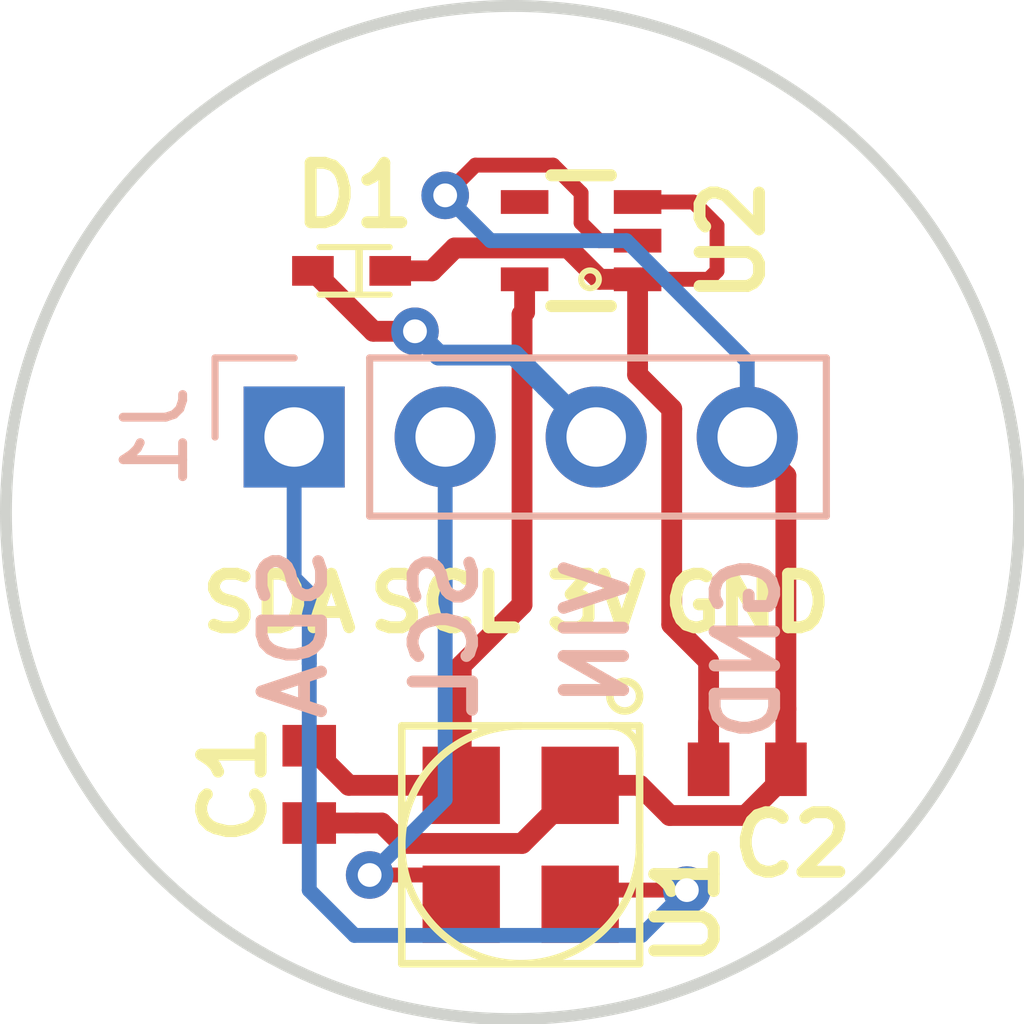
<source format=kicad_pcb>
(kicad_pcb (version 20171130) (host pcbnew 5.0.2-bee76a0~70~ubuntu18.04.1)

  (general
    (thickness 1.6)
    (drawings 14)
    (tracks 72)
    (zones 0)
    (modules 6)
    (nets 7)
  )

  (page A4)
  (layers
    (0 Top signal)
    (31 Bottom signal)
    (32 B.Adhes user)
    (33 F.Adhes user)
    (34 B.Paste user)
    (35 F.Paste user)
    (36 B.SilkS user)
    (37 F.SilkS user)
    (38 B.Mask user)
    (39 F.Mask user)
    (40 Dwgs.User user)
    (41 Cmts.User user)
    (42 Eco1.User user)
    (43 Eco2.User user)
    (44 Edge.Cuts user)
    (45 Margin user)
    (46 B.CrtYd user)
    (47 F.CrtYd user)
    (48 B.Fab user)
    (49 F.Fab user)
  )

  (setup
    (last_trace_width 0.25)
    (user_trace_width 0.35)
    (trace_clearance 0.1524)
    (zone_clearance 0.508)
    (zone_45_only no)
    (trace_min 0.2)
    (segment_width 0.2)
    (edge_width 0.15)
    (via_size 0.8)
    (via_drill 0.4)
    (via_min_size 0.4)
    (via_min_drill 0.3)
    (uvia_size 0.3)
    (uvia_drill 0.1)
    (uvias_allowed no)
    (uvia_min_size 0.2)
    (uvia_min_drill 0.1)
    (pcb_text_width 0.3)
    (pcb_text_size 1.5 1.5)
    (mod_edge_width 0.15)
    (mod_text_size 1 1)
    (mod_text_width 0.15)
    (pad_size 1.524 1.524)
    (pad_drill 0.762)
    (pad_to_mask_clearance 0.051)
    (solder_mask_min_width 0.25)
    (aux_axis_origin 0 0)
    (visible_elements FFFFFF7F)
    (pcbplotparams
      (layerselection 0x010fc_ffffffff)
      (usegerberextensions false)
      (usegerberattributes false)
      (usegerberadvancedattributes false)
      (creategerberjobfile false)
      (excludeedgelayer true)
      (linewidth 0.100000)
      (plotframeref false)
      (viasonmask false)
      (mode 1)
      (useauxorigin false)
      (hpglpennumber 1)
      (hpglpenspeed 20)
      (hpglpendiameter 15.000000)
      (psnegative false)
      (psa4output false)
      (plotreference true)
      (plotvalue true)
      (plotinvisibletext false)
      (padsonsilk false)
      (subtractmaskfromsilk false)
      (outputformat 1)
      (mirror false)
      (drillshape 1)
      (scaleselection 1)
      (outputdirectory ""))
  )

  (net 0 "")
  (net 1 GND)
  (net 2 SDA)
  (net 3 SCL)
  (net 4 VIN)
  (net 5 3V3)
  (net 6 "Net-(C2-Pad1)")

  (net_class Default "This is the default net class."
    (clearance 0.1524)
    (trace_width 0.25)
    (via_dia 0.8)
    (via_drill 0.4)
    (uvia_dia 0.3)
    (uvia_drill 0.1)
    (add_net 3V3)
    (add_net GND)
    (add_net "Net-(C2-Pad1)")
    (add_net SCL)
    (add_net SDA)
    (add_net VIN)
  )

  (module BAR30-SENSOR:C0402 (layer Top) (tedit 0) (tstamp 5CEACC9B)
    (at 147.32 104.394 270)
    (descr <b>CAPACITOR</b>)
    (path /658E3D6CBA02A0BA)
    (fp_text reference C1 (at -0.635 -0.635 270) (layer F.SilkS) hide
      (effects (font (size 1.2065 1.2065) (thickness 0.1016)) (justify right top))
    )
    (fp_text value 1uF (at -0.635 1.905 270) (layer F.Fab) hide
      (effects (font (size 1.2065 1.2065) (thickness 0.1016)) (justify right top))
    )
    (fp_poly (pts (xy -0.1999 0.3) (xy 0.1999 0.3) (xy 0.1999 -0.3) (xy -0.1999 -0.3)) (layer F.Adhes) (width 0))
    (fp_poly (pts (xy 0.2588 0.3048) (xy 0.5588 0.3048) (xy 0.5588 -0.2951) (xy 0.2588 -0.2951)) (layer F.Fab) (width 0))
    (fp_poly (pts (xy -0.554 0.3048) (xy -0.254 0.3048) (xy -0.254 -0.2951) (xy -0.554 -0.2951)) (layer F.Fab) (width 0))
    (fp_line (start -1.473 0.483) (end -1.473 -0.483) (layer Dwgs.User) (width 0.0508))
    (fp_line (start 1.473 0.483) (end -1.473 0.483) (layer Dwgs.User) (width 0.0508))
    (fp_line (start 1.473 -0.483) (end 1.473 0.483) (layer Dwgs.User) (width 0.0508))
    (fp_line (start -1.473 -0.483) (end 1.473 -0.483) (layer Dwgs.User) (width 0.0508))
    (fp_line (start 0.245 0.224) (end -0.245 0.224) (layer F.Fab) (width 0.1524))
    (fp_line (start -0.245 -0.224) (end 0.245 -0.224) (layer F.Fab) (width 0.1524))
    (pad 2 smd rect (at 0.65 0 270) (size 0.7 0.9) (layers Top F.Paste F.Mask)
      (net 1 GND) (solder_mask_margin 0.0762))
    (pad 1 smd rect (at -0.65 0 270) (size 0.7 0.9) (layers Top F.Paste F.Mask)
      (net 5 3V3) (solder_mask_margin 0.0762))
  )

  (module BAR30-SENSOR:SOD523 (layer Top) (tedit 5CEAD044) (tstamp 5CEACCBB)
    (at 148.082 95.758 180)
    (path /BE5F3F048D141E84)
    (fp_text reference D1 (at -0.7366 -0.5588 180) (layer F.SilkS) hide
      (effects (font (size 0.38608 0.38608) (thickness 0.032512)) (justify left bottom))
    )
    (fp_text value DIODESOD523 (at -0.6858 0.9906 180) (layer F.Fab)
      (effects (font (size 0.38608 0.38608) (thickness 0.030886)) (justify left bottom))
    )
    (fp_poly (pts (xy -0.1397 0.3937) (xy -0.0127 0.3937) (xy -0.0127 -0.381) (xy -0.1397 -0.381)) (layer F.SilkS) (width 0))
    (fp_poly (pts (xy -0.59 0.4) (xy -0.3 0.4) (xy -0.3 -0.4) (xy -0.59 -0.4)) (layer F.Fab) (width 0))
    (fp_poly (pts (xy 0.54 0.17) (xy 0.75 0.17) (xy 0.75 -0.17) (xy 0.54 -0.17)) (layer F.Fab) (width 0))
    (fp_poly (pts (xy -0.75 0.17) (xy -0.54 0.17) (xy -0.54 -0.17) (xy -0.75 -0.17)) (layer F.Fab) (width 0))
    (fp_line (start -0.59 0.4) (end -0.59 -0.4) (layer F.Fab) (width 0.1016))
    (fp_line (start 0.59 0.4) (end -0.59 0.4) (layer F.SilkS) (width 0.1016))
    (fp_line (start 0.59 -0.4) (end 0.59 0.4) (layer F.Fab) (width 0.1016))
    (fp_line (start -0.59 -0.4) (end 0.59 -0.4) (layer F.SilkS) (width 0.1016))
    (pad C smd rect (at -0.6 0 180) (size 0.7 0.5) (layers Top F.Paste F.Mask)
      (net 6 "Net-(C2-Pad1)") (solder_mask_margin 0.0762))
    (pad A smd rect (at 0.7 0 180) (size 0.7 0.5) (layers Top F.Paste F.Mask)
      (net 4 VIN) (solder_mask_margin 0.0762))
  )

  (module BAR30-SENSOR:C0402 (layer Top) (tedit 0) (tstamp 5CF7BBBE)
    (at 154.686 104.14)
    (descr <b>CAPACITOR</b>)
    (path /E2B9DE0EF2879E99)
    (fp_text reference C2 (at -0.635 -0.635) (layer F.SilkS) hide
      (effects (font (size 1.2065 1.2065) (thickness 0.1016)) (justify left bottom))
    )
    (fp_text value 1uF (at -0.635 1.905) (layer F.Fab) hide
      (effects (font (size 1.2065 1.2065) (thickness 0.1016)) (justify left bottom))
    )
    (fp_poly (pts (xy -0.1999 0.3) (xy 0.1999 0.3) (xy 0.1999 -0.3) (xy -0.1999 -0.3)) (layer F.Adhes) (width 0))
    (fp_poly (pts (xy 0.2588 0.3048) (xy 0.5588 0.3048) (xy 0.5588 -0.2951) (xy 0.2588 -0.2951)) (layer F.Fab) (width 0))
    (fp_poly (pts (xy -0.554 0.3048) (xy -0.254 0.3048) (xy -0.254 -0.2951) (xy -0.554 -0.2951)) (layer F.Fab) (width 0))
    (fp_line (start -1.473 0.483) (end -1.473 -0.483) (layer Dwgs.User) (width 0.0508))
    (fp_line (start 1.473 0.483) (end -1.473 0.483) (layer Dwgs.User) (width 0.0508))
    (fp_line (start 1.473 -0.483) (end 1.473 0.483) (layer Dwgs.User) (width 0.0508))
    (fp_line (start -1.473 -0.483) (end 1.473 -0.483) (layer Dwgs.User) (width 0.0508))
    (fp_line (start 0.245 0.224) (end -0.245 0.224) (layer F.Fab) (width 0.1524))
    (fp_line (start -0.245 -0.224) (end 0.245 -0.224) (layer F.Fab) (width 0.1524))
    (pad 2 smd rect (at 0.65 0) (size 0.7 0.9) (layers Top F.Paste F.Mask)
      (net 1 GND) (solder_mask_margin 0.0762))
    (pad 1 smd rect (at -0.65 0) (size 0.7 0.9) (layers Top F.Paste F.Mask)
      (net 6 "Net-(C2-Pad1)") (solder_mask_margin 0.0762))
  )

  (module Connector_PinHeader_2.54mm:PinHeader_1x04_P2.54mm_Vertical (layer Bottom) (tedit 5CEAD548) (tstamp 5CF7AC62)
    (at 147.066 98.552 270)
    (descr "Through hole straight pin header, 1x04, 2.54mm pitch, single row")
    (tags "Through hole pin header THT 1x04 2.54mm single row")
    (path /5CEAEDFC)
    (fp_text reference J1 (at 0 2.33 270) (layer B.SilkS)
      (effects (font (size 1 1) (thickness 0.15)) (justify mirror))
    )
    (fp_text value Conn_01x04_Male (at 0 -9.95 270) (layer B.Fab)
      (effects (font (size 1 1) (thickness 0.15)) (justify mirror))
    )
    (fp_line (start -0.635 1.27) (end 1.27 1.27) (layer B.Fab) (width 0.1))
    (fp_line (start 1.27 1.27) (end 1.27 -8.89) (layer B.Fab) (width 0.1))
    (fp_line (start 1.27 -8.89) (end -1.27 -8.89) (layer B.Fab) (width 0.1))
    (fp_line (start -1.27 -8.89) (end -1.27 0.635) (layer B.Fab) (width 0.1))
    (fp_line (start -1.27 0.635) (end -0.635 1.27) (layer B.Fab) (width 0.1))
    (fp_line (start -1.33 -8.95) (end 1.33 -8.95) (layer B.SilkS) (width 0.12))
    (fp_line (start -1.33 -1.27) (end -1.33 -8.95) (layer B.SilkS) (width 0.12))
    (fp_line (start 1.33 -1.27) (end 1.33 -8.95) (layer B.SilkS) (width 0.12))
    (fp_line (start -1.33 -1.27) (end 1.33 -1.27) (layer B.SilkS) (width 0.12))
    (fp_line (start -1.33 0) (end -1.33 1.33) (layer B.SilkS) (width 0.12))
    (fp_line (start -1.33 1.33) (end 0 1.33) (layer B.SilkS) (width 0.12))
    (fp_line (start -1.8 1.8) (end -1.8 -9.4) (layer B.CrtYd) (width 0.05))
    (fp_line (start -1.8 -9.4) (end 1.8 -9.4) (layer B.CrtYd) (width 0.05))
    (fp_line (start 1.8 -9.4) (end 1.8 1.8) (layer B.CrtYd) (width 0.05))
    (fp_line (start 1.8 1.8) (end -1.8 1.8) (layer B.CrtYd) (width 0.05))
    (fp_text user %R (at 0 -3.81 180) (layer B.Fab)
      (effects (font (size 1 1) (thickness 0.15)) (justify mirror))
    )
    (pad 1 thru_hole rect (at 0 0 270) (size 1.7 1.7) (drill 1) (layers *.Cu *.Mask)
      (net 2 SDA))
    (pad 2 thru_hole oval (at 0 -2.54 270) (size 1.7 1.7) (drill 1) (layers *.Cu *.Mask)
      (net 3 SCL))
    (pad 3 thru_hole oval (at 0 -5.08 270) (size 1.7 1.7) (drill 1) (layers *.Cu *.Mask)
      (net 4 VIN))
    (pad 4 thru_hole oval (at 0 -7.62 270) (size 1.7 1.7) (drill 1) (layers *.Cu *.Mask)
      (net 1 GND))
    (model ${KISYS3DMOD}/Connector_PinHeader_2.54mm.3dshapes/PinHeader_1x04_P2.54mm_Vertical.wrl
      (at (xyz 0 0 0))
      (scale (xyz 1 1 1))
      (rotate (xyz 0 0 0))
    )
  )

  (module BAR30-SENSOR:SC70-5L (layer Top) (tedit 0) (tstamp 5CF7B5D0)
    (at 151.892 95.25 90)
    (descr "<b>SC-70 Package</b>")
    (path /2128A558E90442EA)
    (fp_text reference U1 (at -1.5875 0.635 180) (layer F.SilkS) hide
      (effects (font (size 0.9652 0.9652) (thickness 0.18288)) (justify right top))
    )
    (fp_text value VREG-MIC5365 (at 2.2225 0.635 180) (layer F.Fab) hide
      (effects (font (size 0.77216 0.77216) (thickness 0.08128)) (justify right top))
    )
    (fp_poly (pts (xy 0.5 1.1) (xy 0.8 1.1) (xy 0.8 0.6) (xy 0.5 0.6)) (layer F.Fab) (width 0))
    (fp_poly (pts (xy -0.15 1.1) (xy 0.15 1.1) (xy 0.15 0.6) (xy -0.15 0.6)) (layer F.Fab) (width 0))
    (fp_poly (pts (xy -0.8 1.1) (xy -0.5 1.1) (xy -0.5 0.6) (xy -0.8 0.6)) (layer F.Fab) (width 0))
    (fp_poly (pts (xy -0.8 -0.6) (xy -0.5 -0.6) (xy -0.5 -1.1) (xy -0.8 -1.1)) (layer F.Fab) (width 0))
    (fp_poly (pts (xy 0.5 -0.6) (xy 0.8 -0.6) (xy 0.8 -1.1) (xy 0.5 -1.1)) (layer F.Fab) (width 0))
    (fp_circle (center -0.65 0.15) (end -0.5 0.15) (layer F.SilkS) (width 0.1))
    (fp_line (start 1.1 -0.5) (end 1.1 0.5) (layer F.SilkS) (width 0.2032))
    (fp_line (start -1.1 -0.5) (end 1.1 -0.5) (layer F.Fab) (width 0.2032))
    (fp_line (start -1.1 0.5) (end -1.1 -0.5) (layer F.SilkS) (width 0.2032))
    (fp_line (start 1.1 0.5) (end -1.1 0.5) (layer F.Fab) (width 0.2032))
    (pad 3 smd rect (at 0.65 0.95 90) (size 0.4 0.8) (layers Top F.Paste F.Mask)
      (net 6 "Net-(C2-Pad1)") (solder_mask_margin 0.0762))
    (pad 2 smd rect (at 0 0.95 90) (size 0.4 0.8) (layers Top F.Paste F.Mask)
      (net 1 GND) (solder_mask_margin 0.0762))
    (pad 1 smd rect (at -0.65 0.95 90) (size 0.4 0.8) (layers Top F.Paste F.Mask)
      (net 6 "Net-(C2-Pad1)") (solder_mask_margin 0.0762))
    (pad 5 smd rect (at -0.65 -0.95 90) (size 0.4 0.8) (layers Top F.Paste F.Mask)
      (net 5 3V3) (solder_mask_margin 0.0762))
    (pad 4 smd rect (at 0.65 -0.95 90) (size 0.4 0.8) (layers Top F.Paste F.Mask)
      (solder_mask_margin 0.0762))
  )

  (module BAR30-SENSOR:MS5837 (layer Top) (tedit 0) (tstamp 5CF7BD26)
    (at 150.876 105.41 270)
    (path /850A8AB0BABD3B23)
    (fp_text reference U2 (at -2 -2.25 270) (layer F.SilkS) hide
      (effects (font (size 0.57912 0.57912) (thickness 0.048768)) (justify left bottom))
    )
    (fp_text value MS583730BA (at -2 3 270) (layer F.SilkS) hide
      (effects (font (size 0.57912 0.57912) (thickness 0.048768)) (justify left bottom))
    )
    (fp_arc (start -1.5 -1.5) (end -2 -1.5) (angle 90) (layer F.SilkS) (width 0.127))
    (fp_arc (start 0 0) (end 0 -2) (angle 270) (layer F.SilkS) (width 0.127))
    (fp_line (start -2 -1.5) (end -2 -2) (layer F.SilkS) (width 0.127))
    (fp_line (start -2 0) (end -2 -1.5) (layer F.SilkS) (width 0.127))
    (fp_circle (center -2.5 -1.75) (end -2.25 -1.75) (layer F.SilkS) (width 0.127))
    (fp_line (start -2 2) (end -2 0) (layer F.SilkS) (width 0.127))
    (fp_line (start 2 2) (end -2 2) (layer F.SilkS) (width 0.127))
    (fp_line (start 2 -2) (end 2 2) (layer F.SilkS) (width 0.127))
    (fp_line (start 0 -2) (end 2 -2) (layer F.SilkS) (width 0.127))
    (fp_line (start -1.5 -2) (end 0 -2) (layer F.SilkS) (width 0.127))
    (fp_line (start -2 -2) (end -1.5 -2) (layer F.SilkS) (width 0.127))
    (pad 1 smd rect (at -1 -1 270) (size 1.3 1.3) (layers Top F.Paste F.Mask)
      (net 1 GND) (solder_mask_margin 0.0762))
    (pad 4 smd rect (at 1 -1 270) (size 1.3 1.3) (layers Top F.Paste F.Mask)
      (net 2 SDA) (solder_mask_margin 0.0762))
    (pad 3 smd rect (at 1 1 270) (size 1.3 1.3) (layers Top F.Paste F.Mask)
      (net 3 SCL) (solder_mask_margin 0.0762))
    (pad 2 smd rect (at -1 1 270) (size 1.3 1.3) (layers Top F.Paste F.Mask)
      (net 5 3V3) (solder_mask_margin 0.0762))
  )

  (gr_circle (center 150.738582 99.822) (end 158.358582 103.632) (layer Edge.Cuts) (width 0.2))
  (gr_text GND (at 154.686 102.108 90) (layer B.SilkS) (tstamp 5CF7BB69)
    (effects (font (size 1 1) (thickness 0.2)) (justify mirror))
  )
  (gr_text SDA (at 146.812 101.346) (layer F.SilkS) (tstamp 5CF7BA23)
    (effects (font (size 0.9 0.9) (thickness 0.2)))
  )
  (gr_text GND (at 154.686 101.346) (layer F.SilkS) (tstamp 5CF7BAE0)
    (effects (font (size 0.9 0.9) (thickness 0.2)))
  )
  (gr_text 3V (at 152.146 101.346) (layer F.SilkS) (tstamp 5CF7BA9F)
    (effects (font (size 0.9 0.9) (thickness 0.2)))
  )
  (gr_text SCL (at 149.606 101.346) (layer F.SilkS) (tstamp 5CF7BA41)
    (effects (font (size 0.9 0.9) (thickness 0.2)))
  )
  (gr_text U2 (at 154.432 95.25 90) (layer F.SilkS) (tstamp 5CF7B58C)
    (effects (font (size 1 1) (thickness 0.2)))
  )
  (gr_text D1 (at 148.082 94.488) (layer F.SilkS) (tstamp 5CF7B578)
    (effects (font (size 1 1) (thickness 0.2)))
  )
  (gr_text C2 (at 155.448 105.41) (layer F.SilkS) (tstamp 5CF7BB6C)
    (effects (font (size 1 1) (thickness 0.2)))
  )
  (gr_text C1 (at 146.05 104.394 90) (layer F.SilkS) (tstamp 5CF7B553)
    (effects (font (size 1 1) (thickness 0.2)))
  )
  (gr_text U1 (at 153.67 106.426 90) (layer F.SilkS) (tstamp 5CF7B512)
    (effects (font (size 1 1) (thickness 0.2)))
  )
  (gr_text SDA (at 147.066 101.854 90) (layer B.SilkS) (tstamp 5CF7B4CD)
    (effects (font (size 1 1) (thickness 0.2)) (justify mirror))
  )
  (gr_text SCL (at 149.606 101.854 90) (layer B.SilkS) (tstamp 5CF7BB7B)
    (effects (font (size 1 1) (thickness 0.2)) (justify mirror))
  )
  (gr_text VIN (at 152.146 101.854 90) (layer B.SilkS) (tstamp 5CF7BB66)
    (effects (font (size 1 1) (thickness 0.2)) (justify mirror))
  )

  (segment (start 152.192 95.25) (end 151.892 94.95) (width 0.25) (layer Top) (net 1))
  (segment (start 152.842 95.25) (end 152.192 95.25) (width 0.25) (layer Top) (net 1))
  (segment (start 151.892 94.450678) (end 151.421322 93.98) (width 0.25) (layer Top) (net 1))
  (segment (start 151.892 94.95) (end 151.892 94.450678) (width 0.25) (layer Top) (net 1))
  (via (at 149.606 94.488) (size 0.8) (drill 0.4) (layers Top Bottom) (net 1))
  (segment (start 151.421322 93.98) (end 150.114 93.98) (width 0.25) (layer Top) (net 1))
  (segment (start 150.114 93.98) (end 149.606 94.488) (width 0.25) (layer Top) (net 1))
  (segment (start 149.606 94.488) (end 150.368 95.25) (width 0.25) (layer Bottom) (net 1))
  (segment (start 150.368 95.25) (end 152.654 95.25) (width 0.25) (layer Bottom) (net 1))
  (segment (start 154.686 97.282) (end 154.686 98.552) (width 0.25) (layer Bottom) (net 1) (status 20))
  (segment (start 152.654 95.25) (end 154.686 97.282) (width 0.25) (layer Bottom) (net 1))
  (segment (start 148.12 105.044) (end 147.32 105.044) (width 0.35) (layer Top) (net 1) (tstamp 5CF7BB6F) (status 20))
  (segment (start 148.538554 105.044) (end 148.12 105.044) (width 0.35) (layer Top) (net 1) (tstamp 5CF7BBDE))
  (segment (start 148.881955 105.387401) (end 148.538554 105.044) (width 0.35) (layer Top) (net 1) (tstamp 5CF7BB72))
  (segment (start 150.898599 105.387401) (end 148.881955 105.387401) (width 0.35) (layer Top) (net 1) (tstamp 5CF7BBA5))
  (segment (start 151.876 104.41) (end 150.898599 105.387401) (width 0.35) (layer Top) (net 1) (tstamp 5CF7BB96))
  (segment (start 155.336 99.202) (end 154.686 98.552) (width 0.35) (layer Top) (net 1))
  (segment (start 155.336 103.124) (end 155.336 99.202) (width 0.35) (layer Top) (net 1))
  (segment (start 152.876 104.41) (end 151.876 104.41) (width 0.35) (layer Top) (net 1))
  (segment (start 153.383401 104.917401) (end 152.876 104.41) (width 0.35) (layer Top) (net 1))
  (segment (start 155.336 104.24) (end 154.658599 104.917401) (width 0.35) (layer Top) (net 1))
  (segment (start 154.658599 104.917401) (end 153.383401 104.917401) (width 0.35) (layer Top) (net 1))
  (segment (start 155.336 104.14) (end 155.336 104.24) (width 0.35) (layer Top) (net 1))
  (segment (start 155.336 103.124) (end 155.336 104.14) (width 0.35) (layer Top) (net 1))
  (segment (start 147.32 106.172) (end 148.082 106.934) (width 0.25) (layer Bottom) (net 2) (tstamp 5CF7BBDB))
  (segment (start 148.082 106.934) (end 152.908 106.934) (width 0.25) (layer Bottom) (net 2) (tstamp 5CF7BB84))
  (via (at 153.67 106.172) (size 0.8) (drill 0.4) (layers Top Bottom) (net 2) (tstamp 5CF7BB90))
  (segment (start 152.908 106.934) (end 153.67 106.172) (width 0.25) (layer Bottom) (net 2) (tstamp 5CF7BB81))
  (segment (start 152.114 106.172) (end 151.876 106.41) (width 0.25) (layer Top) (net 2) (tstamp 5CF7BB8D))
  (segment (start 153.67 106.172) (end 152.114 106.172) (width 0.25) (layer Top) (net 2) (tstamp 5CF7BB99))
  (segment (start 147.32 101.176) (end 147.32 102.362) (width 0.25) (layer Bottom) (net 2))
  (segment (start 147.066 100.922) (end 147.32 101.176) (width 0.25) (layer Bottom) (net 2))
  (segment (start 147.066 98.552) (end 147.066 100.922) (width 0.25) (layer Bottom) (net 2))
  (segment (start 147.32 102.192) (end 147.32 102.362) (width 0.25) (layer Bottom) (net 2))
  (segment (start 147.32 102.362) (end 147.32 106.172) (width 0.25) (layer Bottom) (net 2))
  (via (at 148.336 105.918) (size 0.8) (drill 0.4) (layers Top Bottom) (net 3) (tstamp 5CF7BBE4))
  (segment (start 149.384 105.918) (end 149.876 106.41) (width 0.25) (layer Top) (net 3) (tstamp 5CF7BBE1))
  (segment (start 148.336 105.918) (end 149.384 105.918) (width 0.25) (layer Top) (net 3) (tstamp 5CF7BB93))
  (segment (start 149.606 104.648) (end 148.336 105.918) (width 0.25) (layer Bottom) (net 3))
  (segment (start 149.606 98.552) (end 149.606 104.648) (width 0.25) (layer Bottom) (net 3))
  (via (at 149.098 96.774) (size 0.8) (drill 0.4) (layers Top Bottom) (net 4))
  (segment (start 147.382 95.758) (end 148.398 96.774) (width 0.35) (layer Top) (net 4))
  (segment (start 148.398 96.774) (end 149.098 96.774) (width 0.35) (layer Top) (net 4))
  (segment (start 151.296001 97.702001) (end 152.146 98.552) (width 0.35) (layer Bottom) (net 4))
  (segment (start 150.767999 97.173999) (end 151.296001 97.702001) (width 0.35) (layer Bottom) (net 4))
  (segment (start 149.497999 97.173999) (end 150.767999 97.173999) (width 0.35) (layer Bottom) (net 4))
  (segment (start 149.098 96.774) (end 149.497999 97.173999) (width 0.35) (layer Bottom) (net 4))
  (segment (start 149.464 103.998) (end 149.876 104.41) (width 0.25) (layer Top) (net 5) (tstamp 5CF7BB7E))
  (segment (start 147.986 104.41) (end 147.32 103.744) (width 0.35) (layer Top) (net 5) (tstamp 5CF7BB8A) (status 20))
  (segment (start 149.876 104.41) (end 147.986 104.41) (width 0.35) (layer Top) (net 5) (tstamp 5CF7BBAB))
  (segment (start 149.876 103.41) (end 149.876 104.41) (width 0.35) (layer Top) (net 5))
  (segment (start 150.898599 101.371401) (end 149.876 102.394) (width 0.35) (layer Top) (net 5))
  (segment (start 150.898599 96.493401) (end 150.898599 101.371401) (width 0.35) (layer Top) (net 5))
  (segment (start 150.942 96.45) (end 150.898599 96.493401) (width 0.35) (layer Top) (net 5))
  (segment (start 150.942 95.9) (end 150.942 96.45) (width 0.35) (layer Top) (net 5))
  (segment (start 149.876 102.394) (end 149.876 103.41) (width 0.35) (layer Top) (net 5))
  (segment (start 152.842 94.6) (end 153.782 94.6) (width 0.25) (layer Top) (net 6))
  (segment (start 153.782 94.6) (end 154.178 94.996) (width 0.25) (layer Top) (net 6))
  (segment (start 154.178 94.996) (end 154.178 95.758) (width 0.25) (layer Top) (net 6))
  (segment (start 154.036 95.9) (end 152.842 95.9) (width 0.25) (layer Top) (net 6))
  (segment (start 154.178 95.758) (end 154.036 95.9) (width 0.25) (layer Top) (net 6))
  (segment (start 154.036 102.324) (end 153.416 101.704) (width 0.35) (layer Top) (net 6))
  (segment (start 154.036 104.14) (end 154.036 103.34) (width 0.35) (layer Top) (net 6))
  (segment (start 152.842 97.505446) (end 153.416 98.079446) (width 0.35) (layer Top) (net 6))
  (segment (start 153.416 98.079446) (end 153.416 101.704) (width 0.35) (layer Top) (net 6))
  (segment (start 152.842 95.9) (end 152.842 97.505446) (width 0.35) (layer Top) (net 6))
  (segment (start 149.382 95.758) (end 148.682 95.758) (width 0.35) (layer Top) (net 6))
  (segment (start 149.767401 95.372599) (end 149.382 95.758) (width 0.35) (layer Top) (net 6))
  (segment (start 151.674795 95.372599) (end 149.767401 95.372599) (width 0.35) (layer Top) (net 6))
  (segment (start 152.202196 95.9) (end 151.674795 95.372599) (width 0.35) (layer Top) (net 6))
  (segment (start 152.842 95.9) (end 152.202196 95.9) (width 0.35) (layer Top) (net 6))
  (segment (start 154.036 102.324) (end 154.036 104.14) (width 0.35) (layer Top) (net 6))

)

</source>
